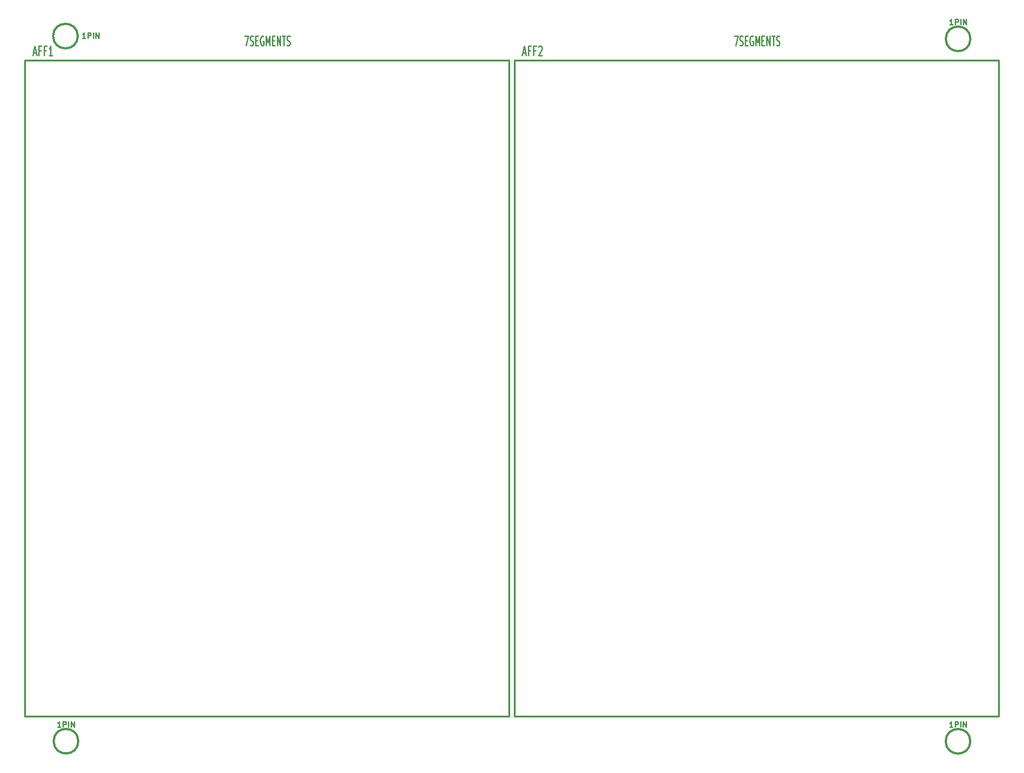
<source format=gto>
G04 (created by PCBNEW (2013-07-07 BZR 4022)-stable) date 12/17/2014 10:58:18 AM*
%MOIN*%
G04 Gerber Fmt 3.4, Leading zero omitted, Abs format*
%FSLAX34Y34*%
G01*
G70*
G90*
G04 APERTURE LIST*
%ADD10C,0.00590551*%
%ADD11C,0.012*%
%ADD12C,0.015*%
%ADD13C,0.01125*%
%ADD14C,0.01*%
G04 APERTURE END LIST*
G54D10*
G54D11*
X26496Y-36366D02*
X26496Y-84397D01*
X61929Y-36366D02*
X61929Y-84397D01*
X26496Y-36366D02*
X61929Y-36366D01*
X61929Y-84397D02*
X26496Y-84397D01*
X62322Y-36366D02*
X62322Y-84397D01*
X97755Y-36366D02*
X97755Y-84397D01*
X62322Y-36366D02*
X97755Y-36366D01*
X97755Y-84397D02*
X62322Y-84397D01*
G54D12*
X30340Y-34570D02*
G75*
G03X30340Y-34570I-900J0D01*
G74*
G01*
X30380Y-86196D02*
G75*
G03X30380Y-86196I-900J0D01*
G74*
G01*
X95655Y-86204D02*
G75*
G03X95655Y-86204I-900J0D01*
G74*
G01*
X95663Y-34771D02*
G75*
G03X95663Y-34771I-900J0D01*
G74*
G01*
G54D13*
X27078Y-35780D02*
X27292Y-35780D01*
X27035Y-35980D02*
X27185Y-35280D01*
X27335Y-35980D01*
X27635Y-35613D02*
X27485Y-35613D01*
X27485Y-35980D02*
X27485Y-35280D01*
X27699Y-35280D01*
X28021Y-35613D02*
X27871Y-35613D01*
X27871Y-35980D02*
X27871Y-35280D01*
X28085Y-35280D01*
X28492Y-35980D02*
X28235Y-35980D01*
X28364Y-35980D02*
X28364Y-35280D01*
X28321Y-35380D01*
X28278Y-35446D01*
X28235Y-35480D01*
G54D14*
X42555Y-34551D02*
X42822Y-34551D01*
X42651Y-35251D01*
X42955Y-35218D02*
X43012Y-35251D01*
X43108Y-35251D01*
X43146Y-35218D01*
X43165Y-35185D01*
X43184Y-35118D01*
X43184Y-35051D01*
X43165Y-34985D01*
X43146Y-34951D01*
X43108Y-34918D01*
X43031Y-34885D01*
X42993Y-34851D01*
X42974Y-34818D01*
X42955Y-34751D01*
X42955Y-34685D01*
X42974Y-34618D01*
X42993Y-34585D01*
X43031Y-34551D01*
X43127Y-34551D01*
X43184Y-34585D01*
X43355Y-34885D02*
X43489Y-34885D01*
X43546Y-35251D02*
X43355Y-35251D01*
X43355Y-34551D01*
X43546Y-34551D01*
X43927Y-34585D02*
X43889Y-34551D01*
X43831Y-34551D01*
X43774Y-34585D01*
X43736Y-34651D01*
X43717Y-34718D01*
X43698Y-34851D01*
X43698Y-34951D01*
X43717Y-35085D01*
X43736Y-35151D01*
X43774Y-35218D01*
X43831Y-35251D01*
X43870Y-35251D01*
X43927Y-35218D01*
X43946Y-35185D01*
X43946Y-34951D01*
X43870Y-34951D01*
X44117Y-35251D02*
X44117Y-34551D01*
X44251Y-35051D01*
X44384Y-34551D01*
X44384Y-35251D01*
X44574Y-34885D02*
X44708Y-34885D01*
X44765Y-35251D02*
X44574Y-35251D01*
X44574Y-34551D01*
X44765Y-34551D01*
X44936Y-35251D02*
X44936Y-34551D01*
X45165Y-35251D01*
X45165Y-34551D01*
X45298Y-34551D02*
X45527Y-34551D01*
X45412Y-35251D02*
X45412Y-34551D01*
X45641Y-35218D02*
X45698Y-35251D01*
X45793Y-35251D01*
X45831Y-35218D01*
X45851Y-35185D01*
X45870Y-35118D01*
X45870Y-35051D01*
X45851Y-34985D01*
X45831Y-34951D01*
X45793Y-34918D01*
X45717Y-34885D01*
X45679Y-34851D01*
X45660Y-34818D01*
X45641Y-34751D01*
X45641Y-34685D01*
X45660Y-34618D01*
X45679Y-34585D01*
X45717Y-34551D01*
X45812Y-34551D01*
X45870Y-34585D01*
G54D13*
X62905Y-35780D02*
X63119Y-35780D01*
X62862Y-35980D02*
X63012Y-35280D01*
X63162Y-35980D01*
X63462Y-35613D02*
X63312Y-35613D01*
X63312Y-35980D02*
X63312Y-35280D01*
X63526Y-35280D01*
X63847Y-35613D02*
X63697Y-35613D01*
X63697Y-35980D02*
X63697Y-35280D01*
X63912Y-35280D01*
X64062Y-35346D02*
X64083Y-35313D01*
X64126Y-35280D01*
X64233Y-35280D01*
X64276Y-35313D01*
X64297Y-35346D01*
X64319Y-35413D01*
X64319Y-35480D01*
X64297Y-35580D01*
X64040Y-35980D01*
X64319Y-35980D01*
G54D14*
X78382Y-34551D02*
X78649Y-34551D01*
X78477Y-35251D01*
X78782Y-35218D02*
X78839Y-35251D01*
X78934Y-35251D01*
X78973Y-35218D01*
X78992Y-35185D01*
X79011Y-35118D01*
X79011Y-35051D01*
X78992Y-34985D01*
X78973Y-34951D01*
X78934Y-34918D01*
X78858Y-34885D01*
X78820Y-34851D01*
X78801Y-34818D01*
X78782Y-34751D01*
X78782Y-34685D01*
X78801Y-34618D01*
X78820Y-34585D01*
X78858Y-34551D01*
X78953Y-34551D01*
X79011Y-34585D01*
X79182Y-34885D02*
X79315Y-34885D01*
X79373Y-35251D02*
X79182Y-35251D01*
X79182Y-34551D01*
X79373Y-34551D01*
X79753Y-34585D02*
X79715Y-34551D01*
X79658Y-34551D01*
X79601Y-34585D01*
X79563Y-34651D01*
X79544Y-34718D01*
X79525Y-34851D01*
X79525Y-34951D01*
X79544Y-35085D01*
X79563Y-35151D01*
X79601Y-35218D01*
X79658Y-35251D01*
X79696Y-35251D01*
X79753Y-35218D01*
X79773Y-35185D01*
X79773Y-34951D01*
X79696Y-34951D01*
X79944Y-35251D02*
X79944Y-34551D01*
X80077Y-35051D01*
X80211Y-34551D01*
X80211Y-35251D01*
X80401Y-34885D02*
X80534Y-34885D01*
X80592Y-35251D02*
X80401Y-35251D01*
X80401Y-34551D01*
X80592Y-34551D01*
X80763Y-35251D02*
X80763Y-34551D01*
X80992Y-35251D01*
X80992Y-34551D01*
X81125Y-34551D02*
X81353Y-34551D01*
X81239Y-35251D02*
X81239Y-34551D01*
X81468Y-35218D02*
X81525Y-35251D01*
X81620Y-35251D01*
X81658Y-35218D01*
X81677Y-35185D01*
X81696Y-35118D01*
X81696Y-35051D01*
X81677Y-34985D01*
X81658Y-34951D01*
X81620Y-34918D01*
X81544Y-34885D01*
X81506Y-34851D01*
X81487Y-34818D01*
X81468Y-34751D01*
X81468Y-34685D01*
X81487Y-34618D01*
X81506Y-34585D01*
X81544Y-34551D01*
X81639Y-34551D01*
X81696Y-34585D01*
X30896Y-34717D02*
X30668Y-34717D01*
X30782Y-34717D02*
X30782Y-34317D01*
X30744Y-34374D01*
X30706Y-34412D01*
X30668Y-34431D01*
X31068Y-34717D02*
X31068Y-34317D01*
X31220Y-34317D01*
X31258Y-34336D01*
X31277Y-34355D01*
X31296Y-34393D01*
X31296Y-34450D01*
X31277Y-34488D01*
X31258Y-34507D01*
X31220Y-34526D01*
X31068Y-34526D01*
X31468Y-34717D02*
X31468Y-34317D01*
X31658Y-34717D02*
X31658Y-34317D01*
X31887Y-34717D01*
X31887Y-34317D01*
X29089Y-85158D02*
X28861Y-85158D01*
X28975Y-85158D02*
X28975Y-84758D01*
X28937Y-84815D01*
X28899Y-84853D01*
X28861Y-84873D01*
X29261Y-85158D02*
X29261Y-84758D01*
X29413Y-84758D01*
X29451Y-84777D01*
X29470Y-84796D01*
X29489Y-84834D01*
X29489Y-84892D01*
X29470Y-84930D01*
X29451Y-84949D01*
X29413Y-84968D01*
X29261Y-84968D01*
X29661Y-85158D02*
X29661Y-84758D01*
X29851Y-85158D02*
X29851Y-84758D01*
X30080Y-85158D01*
X30080Y-84758D01*
X94365Y-85166D02*
X94136Y-85166D01*
X94251Y-85166D02*
X94251Y-84766D01*
X94213Y-84823D01*
X94174Y-84861D01*
X94136Y-84880D01*
X94536Y-85166D02*
X94536Y-84766D01*
X94689Y-84766D01*
X94727Y-84785D01*
X94746Y-84804D01*
X94765Y-84842D01*
X94765Y-84899D01*
X94746Y-84938D01*
X94727Y-84957D01*
X94689Y-84976D01*
X94536Y-84976D01*
X94936Y-85166D02*
X94936Y-84766D01*
X95127Y-85166D02*
X95127Y-84766D01*
X95355Y-85166D01*
X95355Y-84766D01*
X94373Y-33733D02*
X94144Y-33733D01*
X94259Y-33733D02*
X94259Y-33333D01*
X94220Y-33390D01*
X94182Y-33428D01*
X94144Y-33447D01*
X94544Y-33733D02*
X94544Y-33333D01*
X94697Y-33333D01*
X94735Y-33352D01*
X94754Y-33371D01*
X94773Y-33409D01*
X94773Y-33466D01*
X94754Y-33504D01*
X94735Y-33524D01*
X94697Y-33543D01*
X94544Y-33543D01*
X94944Y-33733D02*
X94944Y-33333D01*
X95135Y-33733D02*
X95135Y-33333D01*
X95363Y-33733D01*
X95363Y-33333D01*
M02*

</source>
